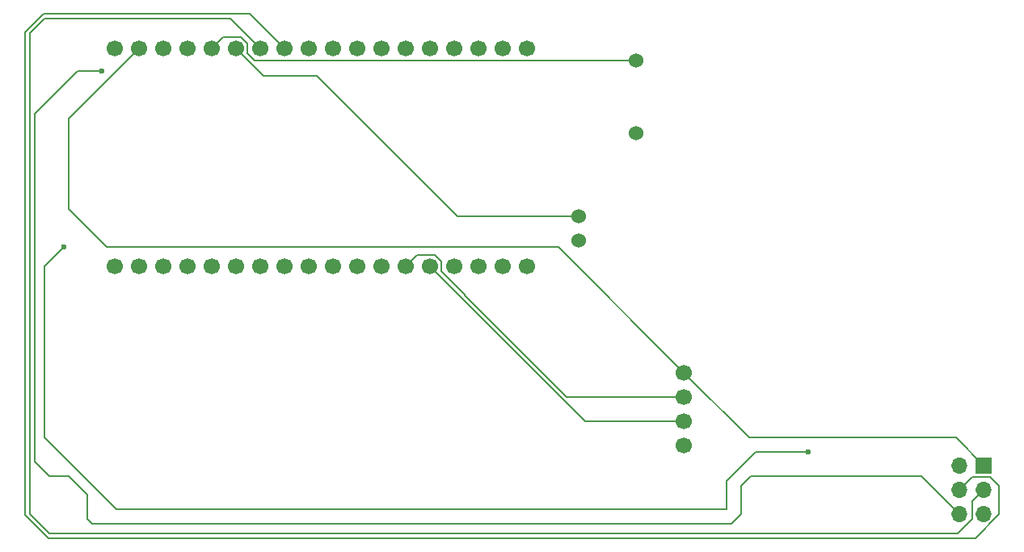
<source format=gbr>
%TF.GenerationSoftware,KiCad,Pcbnew,9.0.0*%
%TF.CreationDate,2025-03-31T14:21:31-07:00*%
%TF.ProjectId,DC33_Cnet_Badge_Main,44433333-5f43-46e6-9574-5f4261646765,rev?*%
%TF.SameCoordinates,Original*%
%TF.FileFunction,Copper,L1,Top*%
%TF.FilePolarity,Positive*%
%FSLAX46Y46*%
G04 Gerber Fmt 4.6, Leading zero omitted, Abs format (unit mm)*
G04 Created by KiCad (PCBNEW 9.0.0) date 2025-03-31 14:21:31*
%MOMM*%
%LPD*%
G01*
G04 APERTURE LIST*
%TA.AperFunction,ComponentPad*%
%ADD10C,1.524000*%
%TD*%
%TA.AperFunction,ComponentPad*%
%ADD11R,1.700000X1.700000*%
%TD*%
%TA.AperFunction,ComponentPad*%
%ADD12O,1.700000X1.700000*%
%TD*%
%TA.AperFunction,ComponentPad*%
%ADD13C,1.700000*%
%TD*%
%TA.AperFunction,ViaPad*%
%ADD14C,0.600000*%
%TD*%
%TA.AperFunction,Conductor*%
%ADD15C,0.200000*%
%TD*%
G04 APERTURE END LIST*
D10*
%TO.P,VIBRA1,1,POS*%
%TO.N,Net-(U1-GPIO45)*%
X172500000Y-74230000D03*
%TO.P,VIBRA1,2,NEG*%
%TO.N,GND*%
X172500000Y-76770000D03*
%TD*%
D11*
%TO.P,J1,1,+3.3V*%
%TO.N,3V3*%
X214887500Y-100420000D03*
D12*
%TO.P,J1,2,GND*%
%TO.N,GND*%
X212347500Y-100420000D03*
%TO.P,J1,3,SDA*%
%TO.N,Net-(J1-SDA)*%
X214887500Y-102960000D03*
%TO.P,J1,4,SCL*%
%TO.N,Net-(J1-SCL)*%
X212347500Y-102960000D03*
%TO.P,J1,5,GPIO1*%
%TO.N,Net-(J1-GPIO1)*%
X214887500Y-105500000D03*
%TO.P,J1,6,GPIO2*%
%TO.N,Net-(J1-GPIO2)*%
X212347500Y-105500000D03*
%TD*%
D10*
%TO.P,BUZZ1,1,POS*%
%TO.N,Net-(BUZZ1-POS)*%
X178500000Y-57880000D03*
%TO.P,BUZZ1,2,NEG*%
%TO.N,GND*%
X178500000Y-65500000D03*
%TD*%
D13*
%TO.P,U1,1,GND*%
%TO.N,GND*%
X123860000Y-79500000D03*
%TO.P,U1,2,5V*%
%TO.N,unconnected-(U1-5V-Pad2)*%
X126400000Y-79500000D03*
%TO.P,U1,3,Ve*%
%TO.N,unconnected-(U1-Ve-Pad3)*%
X128940000Y-79500000D03*
%TO.P,U1,4,Ve*%
%TO.N,unconnected-(U1-Ve-Pad4)*%
X131480000Y-79500000D03*
%TO.P,U1,5,RX*%
%TO.N,unconnected-(U1-RX-Pad5)*%
X134020000Y-79500000D03*
%TO.P,U1,6,TX*%
%TO.N,unconnected-(U1-TX-Pad6)*%
X136560000Y-79500000D03*
%TO.P,U1,7,RST*%
%TO.N,unconnected-(U1-RST-Pad7)*%
X139100000Y-79500000D03*
%TO.P,U1,8,GPIO0*%
%TO.N,unconnected-(U1-GPIO0-Pad8)*%
X141640000Y-79500000D03*
%TO.P,U1,9,GPIO36*%
%TO.N,unconnected-(U1-GPIO36-Pad9)*%
X144180000Y-79500000D03*
%TO.P,U1,10,GPIO35*%
%TO.N,unconnected-(U1-GPIO35-Pad10)*%
X146720000Y-79500000D03*
%TO.P,U1,11,GPIO34*%
%TO.N,unconnected-(U1-GPIO34-Pad11)*%
X149260000Y-79500000D03*
%TO.P,U1,12,GPIO33*%
%TO.N,unconnected-(U1-GPIO33-Pad12)*%
X151800000Y-79500000D03*
%TO.P,U1,13,GPIO47*%
%TO.N,Net-(GPS1-RX)*%
X154340000Y-79500000D03*
%TO.P,U1,14,GPIO48*%
%TO.N,Net-(GPS1-TX)*%
X156880000Y-79500000D03*
%TO.P,U1,15,GPIO26*%
%TO.N,unconnected-(U1-GPIO26-Pad15)*%
X159420000Y-79500000D03*
%TO.P,U1,16,GPIO21*%
%TO.N,unconnected-(U1-GPIO21-Pad16)*%
X161960000Y-79500000D03*
%TO.P,U1,17,GPIO20*%
%TO.N,unconnected-(U1-GPIO20-Pad17)*%
X164500000Y-79500000D03*
%TO.P,U1,18,GPIO19*%
%TO.N,unconnected-(U1-GPIO19-Pad18)*%
X167040000Y-79500000D03*
%TO.P,U1,19,GPIO7*%
%TO.N,unconnected-(U1-GPIO7-Pad19)*%
X167040000Y-56640000D03*
%TO.P,U1,20,GPIO6*%
%TO.N,unconnected-(U1-GPIO6-Pad20)*%
X164500000Y-56640000D03*
%TO.P,U1,21,GPIO5*%
%TO.N,unconnected-(U1-GPIO5-Pad21)*%
X161960000Y-56640000D03*
%TO.P,U1,22,GPIO4*%
%TO.N,unconnected-(U1-GPIO4-Pad22)*%
X159420000Y-56640000D03*
%TO.P,U1,23,GPIO3*%
%TO.N,unconnected-(U1-GPIO3-Pad23)*%
X156880000Y-56640000D03*
%TO.P,U1,24,GPIO2*%
%TO.N,unconnected-(U1-GPIO2-Pad24)*%
X154340000Y-56640000D03*
%TO.P,U1,25,GPIO1*%
%TO.N,unconnected-(U1-GPIO1-Pad25)*%
X151800000Y-56640000D03*
%TO.P,U1,26,GPIO38*%
%TO.N,unconnected-(U1-GPIO38-Pad26)*%
X149260000Y-56640000D03*
%TO.P,U1,27,GPIO39*%
%TO.N,Net-(J1-GPIO2)*%
X146720000Y-56640000D03*
%TO.P,U1,28,GPIO40*%
%TO.N,Net-(J1-GPIO1)*%
X144180000Y-56640000D03*
%TO.P,U1,29,GPIO41*%
%TO.N,Net-(J1-SCL)*%
X141640000Y-56640000D03*
%TO.P,U1,30,GPIO42*%
%TO.N,Net-(J1-SDA)*%
X139100000Y-56640000D03*
%TO.P,U1,31,GPIO45*%
%TO.N,Net-(U1-GPIO45)*%
X136560000Y-56640000D03*
%TO.P,U1,32,GPIO46*%
%TO.N,Net-(BUZZ1-POS)*%
X134020000Y-56640000D03*
%TO.P,U1,33,GPIO37*%
%TO.N,unconnected-(U1-GPIO37-Pad33)*%
X131480000Y-56640000D03*
%TO.P,U1,34,3V3*%
%TO.N,unconnected-(U1-3V3-Pad34)*%
X128940000Y-56640000D03*
%TO.P,U1,35,3V3*%
%TO.N,3V3*%
X126400000Y-56640000D03*
%TO.P,U1,36,GND*%
%TO.N,unconnected-(U1-GND-Pad36)*%
X123860000Y-56640000D03*
%TD*%
%TO.P,GPS1,1,VCC*%
%TO.N,3V3*%
X183510000Y-90690000D03*
%TO.P,GPS1,2,RX*%
%TO.N,Net-(GPS1-RX)*%
X183510000Y-93230000D03*
%TO.P,GPS1,3,TX*%
%TO.N,Net-(GPS1-TX)*%
X183510000Y-95770000D03*
%TO.P,GPS1,4,GND*%
%TO.N,GND*%
X183510000Y-98310000D03*
%TD*%
D14*
%TO.N,Net-(J1-GPIO2)*%
X122500000Y-59000000D03*
%TO.N,Net-(J1-GPIO1)*%
X118500000Y-77500000D03*
X196500000Y-99000000D03*
%TD*%
D15*
%TO.N,Net-(J1-GPIO2)*%
X208347500Y-101500000D02*
X212347500Y-105500000D01*
X189500000Y-102500000D02*
X190500000Y-101500000D01*
X189500000Y-105500000D02*
X189500000Y-102500000D01*
X188500000Y-106500000D02*
X189500000Y-105500000D01*
X117000000Y-101500000D02*
X119000000Y-101500000D01*
X115500000Y-100000000D02*
X117000000Y-101500000D01*
X190500000Y-101500000D02*
X208347500Y-101500000D01*
X121000000Y-103500000D02*
X121000000Y-106000000D01*
X120000000Y-59000000D02*
X115500000Y-63500000D01*
X122500000Y-59000000D02*
X120000000Y-59000000D01*
X121500000Y-106500000D02*
X188500000Y-106500000D01*
X115500000Y-63500000D02*
X115500000Y-100000000D01*
X121000000Y-106000000D02*
X121500000Y-106500000D01*
X119000000Y-101500000D02*
X121000000Y-103500000D01*
%TO.N,Net-(J1-SCL)*%
X213736500Y-101571000D02*
X212347500Y-102960000D01*
X215571000Y-101571000D02*
X213736500Y-101571000D01*
X216500000Y-102500000D02*
X215571000Y-101571000D01*
X216500000Y-105515260D02*
X216500000Y-102500000D01*
X116932900Y-108000000D02*
X214015260Y-108000000D01*
X116432900Y-53000000D02*
X114500000Y-54932900D01*
X114500000Y-105567100D02*
X116932900Y-108000000D01*
X114500000Y-54932900D02*
X114500000Y-105567100D01*
X214015260Y-108000000D02*
X216500000Y-105515260D01*
X138000000Y-53000000D02*
X116432900Y-53000000D01*
X141640000Y-56640000D02*
X138000000Y-53000000D01*
%TO.N,Net-(J1-SDA)*%
X213736500Y-104111000D02*
X214887500Y-102960000D01*
X213736500Y-105976760D02*
X213736500Y-104111000D01*
X212213260Y-107500000D02*
X213736500Y-105976760D01*
X117000000Y-107500000D02*
X212213260Y-107500000D01*
X115000000Y-105500000D02*
X117000000Y-107500000D01*
X139100000Y-56640000D02*
X135960000Y-53500000D01*
X135960000Y-53500000D02*
X116500000Y-53500000D01*
X116500000Y-53500000D02*
X115000000Y-55000000D01*
X115000000Y-55000000D02*
X115000000Y-105500000D01*
%TO.N,3V3*%
X211967500Y-97500000D02*
X214887500Y-100420000D01*
X190320000Y-97500000D02*
X211967500Y-97500000D01*
X183510000Y-90690000D02*
X190320000Y-97500000D01*
%TO.N,Net-(BUZZ1-POS)*%
X137711000Y-56163240D02*
X137036760Y-55489000D01*
X138474240Y-57880000D02*
X137711000Y-57116760D01*
X135171000Y-55489000D02*
X134020000Y-56640000D01*
X137036760Y-55489000D02*
X135171000Y-55489000D01*
X137711000Y-57116760D02*
X137711000Y-56163240D01*
X178500000Y-57880000D02*
X138474240Y-57880000D01*
%TO.N,3V3*%
X170320000Y-77500000D02*
X123000000Y-77500000D01*
X123000000Y-77500000D02*
X119000000Y-73500000D01*
X119000000Y-73500000D02*
X119000000Y-64040000D01*
X119000000Y-64040000D02*
X126400000Y-56640000D01*
X183510000Y-90690000D02*
X170320000Y-77500000D01*
%TO.N,Net-(GPS1-RX)*%
X171177100Y-93230000D02*
X160500000Y-82552900D01*
X158031000Y-80031000D02*
X158031000Y-79023240D01*
X160500000Y-82552900D02*
X160500000Y-82500000D01*
X160500000Y-82500000D02*
X158031000Y-80031000D01*
X157356760Y-78349000D02*
X155491000Y-78349000D01*
X155491000Y-78349000D02*
X154340000Y-79500000D01*
X158031000Y-79023240D02*
X157356760Y-78349000D01*
X183510000Y-93230000D02*
X171177100Y-93230000D01*
%TO.N,Net-(GPS1-TX)*%
X183510000Y-95770000D02*
X173150000Y-95770000D01*
X173150000Y-95770000D02*
X156880000Y-79500000D01*
%TO.N,Net-(J1-GPIO1)*%
X124000000Y-105000000D02*
X116500000Y-97500000D01*
X116500000Y-97500000D02*
X116500000Y-79500000D01*
X188000000Y-102000000D02*
X188000000Y-102500000D01*
X188000000Y-102500000D02*
X188000000Y-105000000D01*
X191000000Y-99000000D02*
X188000000Y-102000000D01*
X116500000Y-79500000D02*
X118500000Y-77500000D01*
X196500000Y-99000000D02*
X191000000Y-99000000D01*
X188000000Y-105000000D02*
X124000000Y-105000000D01*
%TO.N,Net-(U1-GPIO45)*%
X159730000Y-74230000D02*
X145000000Y-59500000D01*
X145000000Y-59500000D02*
X139420000Y-59500000D01*
X172500000Y-74230000D02*
X159730000Y-74230000D01*
X139420000Y-59500000D02*
X136560000Y-56640000D01*
%TD*%
M02*

</source>
